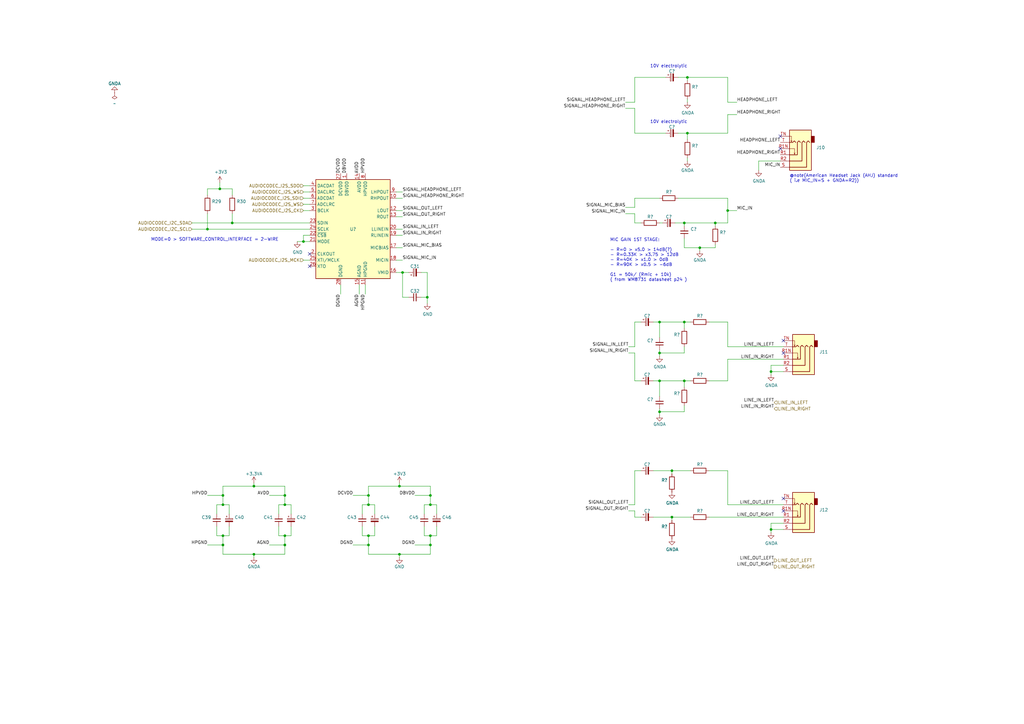
<source format=kicad_sch>
(kicad_sch (version 20211123) (generator eeschema)
  (paper "A3")
  (title_block (title "KLST_SHEEP") (date "2021-05-01") (rev "0.2"))
  (lib_symbols
    (symbol "Audio:WM8731SEDS"
      (property "Reference" "U" (at -13.97 21.59 0))
      (property "Value" "WM8731SEDS" (at 0 5.08 0))
      (symbol "WM8731SEDS_0_1"
        (rectangle (start -15.24 20.32) (end 15.24 -20.32) (stroke (width 0.254)) (fill (type background)))
      )
      (symbol "WM8731SEDS_1_1"
        (pin power_in line (at -2.54 22.86 270) (length 2.54) (name "DBVDD") (number "1"))
        (pin output line (at 17.78 12.7 180) (length 2.54) (name "RHPOUT") (number "10"))
        (pin power_in line (at 5.08 -22.86 90) (length 2.54) (name "HPGND") (number "11"))
        (pin output line (at 17.78 7.62 180) (length 2.54) (name "LOUT") (number "12"))
        (pin output line (at 17.78 5.08 180) (length 2.54) (name "ROUT") (number "13"))
        (pin power_in line (at 2.54 22.86 270) (length 2.54) (name "AVDD") (number "14"))
        (pin power_in line (at 2.54 -22.86 90) (length 2.54) (name "AGND") (number "15"))
        (pin passive line (at 17.78 -17.78 180) (length 2.54) (name "VMID") (number "16"))
        (pin output line (at 17.78 -7.62 180) (length 2.54) (name "MICBIAS") (number "17"))
        (pin input line (at 17.78 -12.7 180) (length 2.54) (name "MICIN") (number "18"))
        (pin input line (at 17.78 -2.54 180) (length 2.54) (name "RLINEIN") (number "19"))
        (pin output line (at -17.78 -10.16 0) (length 2.54) (name "CLKOUT") (number "2"))
        (pin input line (at 17.78 0 180) (length 2.54) (name "LLINEIN") (number "20"))
        (pin input line (at -17.78 -5.08 0) (length 2.54) (name "MODE") (number "21"))
        (pin input line (at -17.78 -2.54 0) (length 2.54) (name "~{CSB}") (number "22"))
        (pin bidirectional line (at -17.78 2.54 0) (length 2.54) (name "SDIN") (number "23"))
        (pin input line (at -17.78 0 0) (length 2.54) (name "SCLK") (number "24"))
        (pin input line (at -17.78 -12.7 0) (length 2.54) (name "XTI/MCLK") (number "25"))
        (pin output line (at -17.78 -15.24 0) (length 2.54) (name "XTO") (number "26"))
        (pin power_in line (at -5.08 22.86 270) (length 2.54) (name "DCVDD") (number "27"))
        (pin power_in line (at -5.08 -22.86 90) (length 2.54) (name "DGND") (number "28"))
        (pin bidirectional line (at -17.78 7.62 0) (length 2.54) (name "BCLK") (number "3"))
        (pin input line (at -17.78 17.78 0) (length 2.54) (name "DACDAT") (number "4"))
        (pin bidirectional line (at -17.78 15.24 0) (length 2.54) (name "DACLRC") (number "5"))
        (pin output line (at -17.78 12.7 0) (length 2.54) (name "ADCDAT") (number "6"))
        (pin bidirectional line (at -17.78 10.16 0) (length 2.54) (name "ADCLRC") (number "7"))
        (pin power_in line (at 5.08 22.86 270) (length 2.54) (name "HPVDD") (number "8"))
        (pin output line (at 17.78 15.24 180) (length 2.54) (name "LHPOUT") (number "9"))
      )
    )
    (symbol "Connector:AudioJack4_SwitchTR1"
      (property "Reference" "J" (at 0 11.43 0))
      (property "Value" "AudioJack4_SwitchTR1" (at 0 8.89 0))
      (symbol "AudioJack4_SwitchTR1_0_1"
        (rectangle (start -7.62 -5.08) (end -8.89 -7.62) (stroke (width 0.254)) (fill (type outline)))
        (polyline (pts (xy 1.27 -5.08) (xy 2.54 -5.08)))
        (polyline (pts (xy 1.27 2.54) (xy 2.54 2.54)))
        (polyline (pts (xy 2.54 0) (xy 1.27 0)))
        (polyline (pts (xy 2.54 5.08) (xy 1.27 5.08)))
        (rectangle (start 1.27 6.35) (end -7.62 -10.16) (stroke (width 0.254)) (fill (type background)))
      )
      (symbol "AudioJack4_SwitchTR1_1_1"
        (polyline (pts (xy -0.762 -0.254) (xy -0.508 -0.762)))
        (polyline (pts (xy 0.508 -5.334) (xy 0.762 -5.842)))
        (polyline (pts (xy -1.27 -5.08) (xy -0.635 -5.715) (xy 0 -5.08) (xy 1.27 -5.08)) (stroke (width 0.254)))
        (polyline (pts (xy 2.54 -7.62) (xy 0.508 -7.62) (xy 0.508 -5.334) (xy 0.254 -5.842)))
        (polyline (pts (xy 2.54 -2.54) (xy -0.762 -2.54) (xy -0.762 -0.254) (xy -1.016 -0.762)))
        (polyline (pts (xy -3.175 -5.08) (xy -2.54 -5.715) (xy -1.905 -5.08) (xy -1.905 0) (xy 1.27 0)) (stroke (width 0.254)))
        (polyline (pts (xy 1.27 2.54) (xy -3.81 2.54) (xy -3.81 -5.08) (xy -4.445 -5.715) (xy -5.08 -5.08)) (stroke (width 0.254)))
        (polyline (pts (xy 1.27 5.08) (xy -5.715 5.08) (xy -5.715 -5.08) (xy -6.35 -5.715) (xy -6.985 -5.08)) (stroke (width 0.254)))
        (pin passive line (at 5.08 0 180) (length 2.54) (name "~") (number "R1"))
        (pin passive line (at 5.08 -2.54 180) (length 2.54) (name "~") (number "R1N"))
        (pin passive line (at 5.08 2.54 180) (length 2.54) (name "~") (number "R2"))
        (pin passive line (at 5.08 5.08 180) (length 2.54) (name "~") (number "S"))
        (pin passive line (at 5.08 -5.08 180) (length 2.54) (name "~") (number "T"))
        (pin passive line (at 5.08 -7.62 180) (length 2.54) (name "~") (number "TN"))
      )
    )
    (symbol "Device:C_Small" (pin_numbers hide) (pin_names (offset 0.254) hide)
      (property "Reference" "C" (at 0.254 1.778 0))
      (property "Value" "C_Small" (at 0.254 -2.032 0))
      (symbol "C_Small_0_1"
        (polyline (pts (xy -1.524 -0.508) (xy 1.524 -0.508)) (stroke (width 0.3302)))
        (polyline (pts (xy -1.524 0.508) (xy 1.524 0.508)) (stroke (width 0.3048)))
      )
      (symbol "C_Small_1_1"
        (pin passive line (at 0 2.54 270) (length 2.032) (name "~") (number "1"))
        (pin passive line (at 0 -2.54 90) (length 2.032) (name "~") (number "2"))
      )
    )
    (symbol "Device:R" (pin_numbers hide) (pin_names (offset 0))
      (property "Reference" "R" (at 2.032 0 90))
      (property "Value" "R" (at 0 0 90))
      (symbol "R_0_1"
        (rectangle (start -1.016 -2.54) (end 1.016 2.54) (stroke (width 0.254)))
      )
      (symbol "R_1_1"
        (pin passive line (at 0 3.81 270) (length 1.27) (name "~") (number "1"))
        (pin passive line (at 0 -3.81 90) (length 1.27) (name "~") (number "2"))
      )
    )
    (symbol "KLST_SHEEP-rescue:CP_Small-Device" (pin_numbers hide) (pin_names (offset 0.254) hide)
      (property "Reference" "C" (at 0.254 1.778 0))
      (property "Value" "CP_Small-Device" (at 0.254 -2.032 0))
      (symbol "CP_Small-Device_0_1"
        (rectangle (start -1.524 -0.3048) (end 1.524 -0.6858) (fill (type outline)))
        (rectangle (start -1.524 0.6858) (end 1.524 0.3048))
        (polyline (pts (xy -1.27 1.524) (xy -0.762 1.524)))
        (polyline (pts (xy -1.016 1.27) (xy -1.016 1.778)))
      )
      (symbol "CP_Small-Device_1_1"
        (pin passive line (at 0 2.54 270) (length 1.8542) (name "~") (number "1"))
        (pin passive line (at 0 -2.54 90) (length 1.8542) (name "~") (number "2"))
      )
    )
    (symbol "power:+3.3VA" (power) (pin_names (offset 0))
      (property "Value" "+3.3VA" (at 0 3.556 0))
      (symbol "+3.3VA_0_1"
        (polyline (pts (xy -0.762 1.27) (xy 0 2.54)))
        (polyline (pts (xy 0 0) (xy 0 2.54)))
        (polyline (pts (xy 0 2.54) (xy 0.762 1.27)))
      )
      (symbol "+3.3VA_1_1"
        (pin power_in line (at 0 0 90) (length 0) hide (name "+3.3VA") (number "1"))
      )
    )
    (symbol "power:+3V3" (power) (pin_names (offset 0))
      (property "Value" "+3V3" (at 0 3.556 0))
      (symbol "+3V3_0_1"
        (polyline (pts (xy -0.762 1.27) (xy 0 2.54)))
        (polyline (pts (xy 0 0) (xy 0 2.54)))
        (polyline (pts (xy 0 2.54) (xy 0.762 1.27)))
      )
      (symbol "+3V3_1_1"
        (pin power_in line (at 0 0 90) (length 0) hide (name "+3V3") (number "1"))
      )
    )
    (symbol "power:GND" (power) (pin_names (offset 0))
      (property "Value" "GND" (at 0 -3.81 0))
      (symbol "GND_0_1"
        (polyline (pts (xy 0 0) (xy 0 -1.27) (xy 1.27 -1.27) (xy 0 -2.54) (xy -1.27 -1.27) (xy 0 -1.27)))
      )
      (symbol "GND_1_1"
        (pin power_in line (at 0 0 270) (length 0) hide (name "GND") (number "1"))
      )
    )
    (symbol "power:GNDA" (power) (pin_names (offset 0))
      (property "Value" "GNDA" (at 0 -3.81 0))
      (symbol "GNDA_0_1"
        (polyline (pts (xy 0 0) (xy 0 -1.27) (xy 1.27 -1.27) (xy 0 -2.54) (xy -1.27 -1.27) (xy 0 -1.27)))
      )
      (symbol "GNDA_1_1"
        (pin power_in line (at 0 0 270) (length 0) hide (name "GNDA") (number "1"))
      )
    )
    (symbol "power:PWR_FLAG" (power) (pin_numbers hide) (pin_names (offset 0) hide)
      (property "Value" "PWR_FLAG" (at 0 3.81 0))
      (symbol "PWR_FLAG_0_0"
        (pin power_out line (at 0 0 90) (length 0) (name "pwr") (number "1"))
      )
      (symbol "PWR_FLAG_0_1"
        (polyline (pts (xy 0 0) (xy 0 1.27) (xy -1.016 1.905) (xy 0 2.54) (xy 1.016 1.905) (xy 0 1.27)))
      )
    )
  )
  (junction (at 116.84 203.2))
  (junction (at 175.26 121.92))
  (junction (at 270.51 156.21))
  (junction (at 275.59 212.09))
  (junction (at 151.13 207.01))
  (junction (at 90.17 77.47))
  (junction (at 280.67 156.21))
  (junction (at 270.51 132.08))
  (junction (at 176.53 223.52))
  (junction (at 281.94 54.61))
  (junction (at 316.23 217.17))
  (junction (at 176.53 219.71))
  (junction (at 163.83 227.33))
  (junction (at 124.46 99.06))
  (junction (at 280.67 132.08))
  (junction (at 95.25 91.44))
  (junction (at 293.37 91.44))
  (junction (at 104.14 199.39))
  (junction (at 280.67 91.44))
  (junction (at 176.53 207.01))
  (junction (at 281.94 31.75))
  (junction (at 91.44 203.2))
  (junction (at 316.23 152.4))
  (junction (at 151.13 223.52))
  (junction (at 165.1 111.76))
  (junction (at 116.84 207.01))
  (junction (at 163.83 199.39))
  (junction (at 116.84 223.52))
  (junction (at 116.84 219.71))
  (junction (at 151.13 219.71))
  (junction (at 91.44 219.71))
  (junction (at 151.13 203.2))
  (junction (at 85.09 93.98))
  (junction (at 287.02 101.6))
  (junction (at 91.44 223.52))
  (junction (at 176.53 203.2))
  (junction (at 298.45 86.36))
  (junction (at 270.51 144.78))
  (junction (at 104.14 227.33))
  (junction (at 270.51 168.91))
  (junction (at 91.44 207.01))
  (junction (at 275.59 193.04))
  (no_connect (at 127 109.22))
  (no_connect (at 320.04 60.96))
  (no_connect (at 321.31 209.55))
  (no_connect (at 127 104.14))
  (no_connect (at 321.31 144.78))
  (no_connect (at 321.31 204.47))
  (no_connect (at 320.04 55.88))
  (no_connect (at 321.31 139.7))
  (wire (pts (xy 104.14 227.33) (xy 116.84 227.33)))
  (wire (pts (xy 280.67 91.44) (xy 280.67 92.71)))
  (wire (pts (xy 104.14 228.6) (xy 104.14 227.33)))
  (wire (pts (xy 260.35 142.24) (xy 260.35 132.08)))
  (wire (pts (xy 293.37 91.44) (xy 298.45 91.44)))
  (wire (pts (xy 151.13 219.71) (xy 153.67 219.71)))
  (wire (pts (xy 298.45 207.01) (xy 298.45 193.04)))
  (wire (pts (xy 127 93.98) (xy 85.09 93.98)))
  (wire (pts (xy 275.59 193.04) (xy 267.97 193.04)))
  (wire (pts (xy 298.45 147.32) (xy 298.45 156.21)))
  (wire (pts (xy 114.3 207.01) (xy 114.3 210.82)))
  (wire (pts (xy 283.21 193.04) (xy 275.59 193.04)))
  (wire (pts (xy 151.13 219.71) (xy 148.59 219.71)))
  (wire (pts (xy 170.18 223.52) (xy 176.53 223.52)))
  (wire (pts (xy 148.59 219.71) (xy 148.59 215.9)))
  (wire (pts (xy 262.89 156.21) (xy 260.35 156.21)))
  (wire (pts (xy 298.45 132.08) (xy 298.45 142.24)))
  (wire (pts (xy 260.35 144.78) (xy 257.81 144.78)))
  (wire (pts (xy 151.13 203.2) (xy 151.13 199.39)))
  (wire (pts (xy 256.54 44.45) (xy 260.35 44.45)))
  (wire (pts (xy 321.31 149.86) (xy 316.23 149.86)))
  (wire (pts (xy 275.59 212.09) (xy 267.97 212.09)))
  (wire (pts (xy 139.7 116.84) (xy 139.7 120.65)))
  (wire (pts (xy 260.35 91.44) (xy 262.89 91.44)))
  (wire (pts (xy 298.45 91.44) (xy 298.45 86.36)))
  (wire (pts (xy 153.67 207.01) (xy 151.13 207.01)))
  (wire (pts (xy 257.81 142.24) (xy 260.35 142.24)))
  (wire (pts (xy 260.35 209.55) (xy 260.35 212.09)))
  (wire (pts (xy 270.51 156.21) (xy 270.51 162.56)))
  (wire (pts (xy 298.45 147.32) (xy 321.31 147.32)))
  (wire (pts (xy 151.13 207.01) (xy 148.59 207.01)))
  (wire (pts (xy 162.56 106.68) (xy 165.1 106.68)))
  (wire (pts (xy 316.23 214.63) (xy 316.23 217.17)))
  (wire (pts (xy 260.35 87.63) (xy 260.35 91.44)))
  (wire (pts (xy 283.21 132.08) (xy 280.67 132.08)))
  (wire (pts (xy 270.51 132.08) (xy 270.51 138.43)))
  (wire (pts (xy 270.51 156.21) (xy 267.97 156.21)))
  (wire (pts (xy 280.67 156.21) (xy 280.67 158.75)))
  (wire (pts (xy 281.94 54.61) (xy 298.45 54.61)))
  (wire (pts (xy 172.72 111.76) (xy 175.26 111.76)))
  (wire (pts (xy 281.94 54.61) (xy 281.94 57.15)))
  (wire (pts (xy 176.53 207.01) (xy 173.99 207.01)))
  (wire (pts (xy 298.45 86.36) (xy 302.26 86.36)))
  (wire (pts (xy 88.9 219.71) (xy 88.9 215.9)))
  (wire (pts (xy 176.53 219.71) (xy 173.99 219.71)))
  (wire (pts (xy 127 96.52) (xy 124.46 96.52)))
  (wire (pts (xy 281.94 31.75) (xy 298.45 31.75)))
  (wire (pts (xy 298.45 31.75) (xy 298.45 41.91)))
  (wire (pts (xy 275.59 194.31) (xy 275.59 193.04)))
  (wire (pts (xy 256.54 85.09) (xy 260.35 85.09)))
  (wire (pts (xy 175.26 121.92) (xy 172.72 121.92)))
  (wire (pts (xy 298.45 41.91) (xy 302.26 41.91)))
  (wire (pts (xy 311.15 66.04) (xy 311.15 69.85)))
  (wire (pts (xy 124.46 99.06) (xy 127 99.06)))
  (wire (pts (xy 116.84 207.01) (xy 116.84 203.2)))
  (wire (pts (xy 114.3 219.71) (xy 114.3 215.9)))
  (wire (pts (xy 124.46 83.82) (xy 127 83.82)))
  (wire (pts (xy 119.38 207.01) (xy 119.38 210.82)))
  (wire (pts (xy 281.94 31.75) (xy 281.94 33.02)))
  (wire (pts (xy 165.1 101.6) (xy 162.56 101.6)))
  (wire (pts (xy 127 86.36) (xy 124.46 86.36)))
  (wire (pts (xy 153.67 219.71) (xy 153.67 215.9)))
  (wire (pts (xy 93.98 207.01) (xy 93.98 210.82)))
  (wire (pts (xy 85.09 93.98) (xy 78.74 93.98)))
  (wire (pts (xy 116.84 223.52) (xy 116.84 227.33)))
  (wire (pts (xy 90.17 77.47) (xy 90.17 74.93)))
  (wire (pts (xy 262.89 132.08) (xy 260.35 132.08)))
  (wire (pts (xy 257.81 207.01) (xy 260.35 207.01)))
  (wire (pts (xy 256.54 87.63) (xy 260.35 87.63)))
  (wire (pts (xy 298.45 46.99) (xy 298.45 54.61)))
  (wire (pts (xy 116.84 219.71) (xy 119.38 219.71)))
  (wire (pts (xy 165.1 111.76) (xy 167.64 111.76)))
  (wire (pts (xy 85.09 77.47) (xy 90.17 77.47)))
  (wire (pts (xy 278.13 54.61) (xy 281.94 54.61)))
  (wire (pts (xy 260.35 41.91) (xy 260.35 31.75)))
  (wire (pts (xy 163.83 227.33) (xy 176.53 227.33)))
  (wire (pts (xy 91.44 203.2) (xy 91.44 199.39)))
  (wire (pts (xy 116.84 203.2) (xy 116.84 199.39)))
  (wire (pts (xy 257.81 209.55) (xy 260.35 209.55)))
  (wire (pts (xy 144.78 203.2) (xy 151.13 203.2)))
  (wire (pts (xy 316.23 152.4) (xy 316.23 153.67)))
  (wire (pts (xy 124.46 99.06) (xy 121.92 99.06)))
  (wire (pts (xy 298.45 207.01) (xy 321.31 207.01)))
  (wire (pts (xy 127 91.44) (xy 95.25 91.44)))
  (wire (pts (xy 179.07 207.01) (xy 176.53 207.01)))
  (wire (pts (xy 287.02 101.6) (xy 293.37 101.6)))
  (wire (pts (xy 162.56 88.9) (xy 165.1 88.9)))
  (wire (pts (xy 176.53 223.52) (xy 176.53 227.33)))
  (wire (pts (xy 85.09 223.52) (xy 91.44 223.52)))
  (wire (pts (xy 270.51 91.44) (xy 271.78 91.44)))
  (wire (pts (xy 175.26 121.92) (xy 175.26 111.76)))
  (wire (pts (xy 280.67 132.08) (xy 280.67 134.62)))
  (wire (pts (xy 270.51 132.08) (xy 267.97 132.08)))
  (wire (pts (xy 91.44 207.01) (xy 88.9 207.01)))
  (wire (pts (xy 280.67 166.37) (xy 280.67 168.91)))
  (wire (pts (xy 281.94 66.04) (xy 281.94 64.77)))
  (wire (pts (xy 151.13 199.39) (xy 163.83 199.39)))
  (wire (pts (xy 256.54 41.91) (xy 260.35 41.91)))
  (wire (pts (xy 162.56 78.74) (xy 165.1 78.74)))
  (wire (pts (xy 162.56 86.36) (xy 165.1 86.36)))
  (wire (pts (xy 176.53 203.2) (xy 176.53 199.39)))
  (wire (pts (xy 162.56 111.76) (xy 165.1 111.76)))
  (wire (pts (xy 280.67 156.21) (xy 270.51 156.21)))
  (wire (pts (xy 95.25 91.44) (xy 78.74 91.44)))
  (wire (pts (xy 280.67 97.79) (xy 280.67 101.6)))
  (wire (pts (xy 151.13 219.71) (xy 151.13 223.52)))
  (wire (pts (xy 162.56 96.52) (xy 165.1 96.52)))
  (wire (pts (xy 280.67 132.08) (xy 270.51 132.08)))
  (wire (pts (xy 85.09 203.2) (xy 91.44 203.2)))
  (wire (pts (xy 173.99 219.71) (xy 173.99 215.9)))
  (wire (pts (xy 179.07 207.01) (xy 179.07 210.82)))
  (wire (pts (xy 270.51 168.91) (xy 270.51 170.18)))
  (wire (pts (xy 260.35 212.09) (xy 262.89 212.09)))
  (wire (pts (xy 290.83 212.09) (xy 321.31 212.09)))
  (wire (pts (xy 104.14 199.39) (xy 116.84 199.39)))
  (wire (pts (xy 278.13 31.75) (xy 281.94 31.75)))
  (wire (pts (xy 85.09 87.63) (xy 85.09 93.98)))
  (wire (pts (xy 124.46 96.52) (xy 124.46 99.06)))
  (wire (pts (xy 110.49 223.52) (xy 116.84 223.52)))
  (wire (pts (xy 280.67 101.6) (xy 287.02 101.6)))
  (wire (pts (xy 124.46 78.74) (xy 127 78.74)))
  (wire (pts (xy 290.83 156.21) (xy 298.45 156.21)))
  (wire (pts (xy 95.25 77.47) (xy 95.25 80.01)))
  (wire (pts (xy 116.84 219.71) (xy 114.3 219.71)))
  (wire (pts (xy 163.83 198.12) (xy 163.83 199.39)))
  (wire (pts (xy 162.56 81.28) (xy 165.1 81.28)))
  (wire (pts (xy 283.21 212.09) (xy 275.59 212.09)))
  (wire (pts (xy 163.83 228.6) (xy 163.83 227.33)))
  (wire (pts (xy 93.98 207.01) (xy 91.44 207.01)))
  (wire (pts (xy 116.84 219.71) (xy 116.84 223.52)))
  (wire (pts (xy 293.37 100.33) (xy 293.37 101.6)))
  (wire (pts (xy 163.83 199.39) (xy 176.53 199.39)))
  (wire (pts (xy 170.18 203.2) (xy 176.53 203.2)))
  (wire (pts (xy 316.23 217.17) (xy 321.31 217.17)))
  (wire (pts (xy 298.45 142.24) (xy 321.31 142.24)))
  (wire (pts (xy 260.35 207.01) (xy 260.35 193.04)))
  (wire (pts (xy 276.86 91.44) (xy 280.67 91.44)))
  (wire (pts (xy 151.13 207.01) (xy 151.13 203.2)))
  (wire (pts (xy 280.67 91.44) (xy 293.37 91.44)))
  (wire (pts (xy 270.51 167.64) (xy 270.51 168.91)))
  (wire (pts (xy 281.94 41.91) (xy 281.94 40.64)))
  (wire (pts (xy 90.17 77.47) (xy 95.25 77.47)))
  (wire (pts (xy 165.1 121.92) (xy 167.64 121.92)))
  (wire (pts (xy 260.35 193.04) (xy 262.89 193.04)))
  (wire (pts (xy 179.07 219.71) (xy 179.07 215.9)))
  (wire (pts (xy 280.67 142.24) (xy 280.67 144.78)))
  (wire (pts (xy 316.23 149.86) (xy 316.23 152.4)))
  (wire (pts (xy 88.9 207.01) (xy 88.9 210.82)))
  (wire (pts (xy 298.45 81.28) (xy 278.13 81.28)))
  (wire (pts (xy 290.83 132.08) (xy 298.45 132.08)))
  (wire (pts (xy 283.21 156.21) (xy 280.67 156.21)))
  (wire (pts (xy 260.35 31.75) (xy 273.05 31.75)))
  (wire (pts (xy 91.44 219.71) (xy 91.44 223.52)))
  (wire (pts (xy 316.23 217.17) (xy 316.23 218.44)))
  (wire (pts (xy 298.45 193.04) (xy 290.83 193.04)))
  (wire (pts (xy 298.45 46.99) (xy 302.26 46.99)))
  (wire (pts (xy 280.67 168.91) (xy 270.51 168.91)))
  (wire (pts (xy 91.44 207.01) (xy 91.44 203.2)))
  (wire (pts (xy 116.84 207.01) (xy 114.3 207.01)))
  (wire (pts (xy 175.26 124.46) (xy 175.26 121.92)))
  (wire (pts (xy 311.15 66.04) (xy 320.04 66.04)))
  (wire (pts (xy 93.98 219.71) (xy 93.98 215.9)))
  (wire (pts (xy 151.13 227.33) (xy 163.83 227.33)))
  (wire (pts (xy 149.86 116.84) (xy 149.86 120.65)))
  (wire (pts (xy 316.23 152.4) (xy 321.31 152.4)))
  (wire (pts (xy 162.56 93.98) (xy 165.1 93.98)))
  (wire (pts (xy 280.67 144.78) (xy 270.51 144.78)))
  (wire (pts (xy 119.38 207.01) (xy 116.84 207.01)))
  (wire (pts (xy 124.46 76.2) (xy 127 76.2)))
  (wire (pts (xy 287.02 102.87) (xy 287.02 101.6)))
  (wire (pts (xy 298.45 86.36) (xy 298.45 81.28)))
  (wire (pts (xy 104.14 198.12) (xy 104.14 199.39)))
  (wire (pts (xy 176.53 219.71) (xy 179.07 219.71)))
  (wire (pts (xy 260.35 144.78) (xy 260.35 156.21)))
  (wire (pts (xy 91.44 223.52) (xy 91.44 227.33)))
  (wire (pts (xy 176.53 219.71) (xy 176.53 223.52)))
  (wire (pts (xy 91.44 227.33) (xy 104.14 227.33)))
  (wire (pts (xy 119.38 219.71) (xy 119.38 215.9)))
  (wire (pts (xy 260.35 81.28) (xy 270.51 81.28)))
  (wire (pts (xy 293.37 91.44) (xy 293.37 92.71)))
  (wire (pts (xy 165.1 111.76) (xy 165.1 121.92)))
  (wire (pts (xy 173.99 207.01) (xy 173.99 210.82)))
  (wire (pts (xy 147.32 116.84) (xy 147.32 120.65)))
  (wire (pts (xy 275.59 213.36) (xy 275.59 212.09)))
  (wire (pts (xy 270.51 143.51) (xy 270.51 144.78)))
  (wire (pts (xy 91.44 219.71) (xy 88.9 219.71)))
  (wire (pts (xy 260.35 54.61) (xy 273.05 54.61)))
  (wire (pts (xy 260.35 85.09) (xy 260.35 81.28)))
  (wire (pts (xy 110.49 203.2) (xy 116.84 203.2)))
  (wire (pts (xy 85.09 80.01) (xy 85.09 77.47)))
  (wire (pts (xy 124.46 81.28) (xy 127 81.28)))
  (wire (pts (xy 91.44 219.71) (xy 93.98 219.71)))
  (wire (pts (xy 151.13 223.52) (xy 151.13 227.33)))
  (wire (pts (xy 91.44 199.39) (xy 104.14 199.39)))
  (wire (pts (xy 321.31 214.63) (xy 316.23 214.63)))
  (wire (pts (xy 153.67 207.01) (xy 153.67 210.82)))
  (wire (pts (xy 127 106.68) (xy 124.46 106.68)))
  (wire (pts (xy 260.35 44.45) (xy 260.35 54.61)))
  (wire (pts (xy 270.51 144.78) (xy 270.51 146.05)))
  (wire (pts (xy 176.53 207.01) (xy 176.53 203.2)))
  (wire (pts (xy 95.25 87.63) (xy 95.25 91.44)))
  (wire (pts (xy 144.78 223.52) (xy 151.13 223.52)))
  (wire (pts (xy 148.59 207.01) (xy 148.59 210.82)))
  (text "10V electrolytic" (at 281.94 50.8 180) (effects (font (size 1.27 1.27)) (justify right bottom)))
  (text "MIC GAIN 1ST STAGE:\n\n- R=0 > x5.0 > 14dB(?)\n- R=0.33K > x3.75 > 12dB\n- R=40K > x1.0 > 0dB\n- R=90K > x0.5 > -6dB\n\nG1 = 50k/ (Rmic + 10k)\n( from WM8731 datasheet p24 )" (at 250.19 115.57 0) (effects (font (size 1.27 1.27)) (justify left bottom)))
  (text "MODE=0 > SOFTWARE_CONTROL_INTERFACE = 2-WIRE" (at 114.3 99.06 180) (effects (font (size 1.27 1.27)) (justify right bottom)))
  (text "10V electrolytic" (at 281.94 27.94 180) (effects (font (size 1.27 1.27)) (justify right bottom)))
  (text "@note(American Headset Jack (AHJ) standard \n( i.e MIC_IN=S + GNDA=R2))" (at 323.85 74.93 0) (effects (font (size 1.27 1.27)) (justify left bottom)))
  (label "SIGNAL_HEADPHONE_RIGHT" (at 256.54 44.45 180))
  (label "SIGNAL_OUT_LEFT" (at 257.81 207.01 180))
  (label "MIC_IN" (at 320.04 68.58 180))
  (label "SIGNAL_IN_LEFT" (at 165.1 93.98 0))
  (label "AVDD" (at 147.32 71.12 90))
  (label "DGND" (at 139.7 120.65 270))
  (label "SIGNAL_MIC_IN" (at 165.1 106.68 0))
  (label "HEADPHONE_RIGHT" (at 320.04 63.5 180))
  (label "HPVDD" (at 85.09 203.2 180))
  (label "AVDD" (at 110.49 203.2 180))
  (label "HEADPHONE_LEFT" (at 320.04 58.42 180))
  (label "LINE_IN_RIGHT" (at 317.5 147.32 180))
  (label "LINE_OUT_RIGHT" (at 317.5 212.09 180))
  (label "LINE_OUT_RIGHT" (at 317.5 232.41 180))
  (label "SIGNAL_IN_RIGHT" (at 165.1 96.52 0))
  (label "MIC_IN" (at 302.26 86.36 0))
  (label "SIGNAL_IN_RIGHT" (at 257.81 144.78 180))
  (label "HEADPHONE_LEFT" (at 302.26 41.91 0))
  (label "LINE_OUT_LEFT" (at 317.5 229.87 180))
  (label "LINE_OUT_LEFT" (at 317.5 207.01 180))
  (label "HEADPHONE_RIGHT" (at 302.26 46.99 0))
  (label "SIGNAL_OUT_RIGHT" (at 257.81 209.55 180))
  (label "DCVDD" (at 139.7 71.12 90))
  (label "DBVDD" (at 170.18 203.2 180))
  (label "LINE_IN_LEFT" (at 317.5 142.24 180))
  (label "SIGNAL_OUT_LEFT" (at 165.1 86.36 0))
  (label "LINE_IN_RIGHT" (at 317.5 167.64 180))
  (label "SIGNAL_MIC_IN" (at 256.54 87.63 180))
  (label "DGND" (at 144.78 223.52 180))
  (label "SIGNAL_HEADPHONE_LEFT" (at 165.1 78.74 0))
  (label "AGND" (at 147.32 120.65 270))
  (label "HPGND" (at 85.09 223.52 180))
  (label "DBVDD" (at 142.24 71.12 90))
  (label "HPGND" (at 149.86 120.65 270))
  (label "DGND" (at 170.18 223.52 180))
  (label "AGND" (at 110.49 223.52 180))
  (label "SIGNAL_MIC_BIAS" (at 165.1 101.6 0))
  (label "SIGNAL_HEADPHONE_RIGHT" (at 165.1 81.28 0))
  (label "SIGNAL_HEADPHONE_LEFT" (at 256.54 41.91 180))
  (label "HPVDD" (at 149.86 71.12 90))
  (label "SIGNAL_OUT_RIGHT" (at 165.1 88.9 0))
  (label "DCVDD" (at 144.78 203.2 180))
  (label "LINE_IN_LEFT" (at 317.5 165.1 180))
  (label "SIGNAL_MIC_BIAS" (at 256.54 85.09 180))
  (label "SIGNAL_IN_LEFT" (at 257.81 142.24 180))
  (hierarchical_label "LINE_OUT_LEFT" (shape output) (at 317.5 229.87 0))
  (hierarchical_label "LINE_IN_RIGHT" (shape input) (at 317.5 167.64 0))
  (hierarchical_label "AUDIOCODEC_I2S_SDI" (shape input) (at 124.46 81.28 180))
  (hierarchical_label "AUDIOCODEC_I2C_SCL" (shape input) (at 78.74 93.98 180))
  (hierarchical_label "AUDIOCODEC_I2S_WS" (shape input) (at 124.46 78.74 180))
  (hierarchical_label "AUDIOCODEC_I2S_SDO" (shape input) (at 124.46 76.2 180))
  (hierarchical_label "AUDIOCODEC_I2C_SDA" (shape input) (at 78.74 91.44 180))
  (hierarchical_label "AUDIOCODEC_I2S_CK" (shape input) (at 124.46 86.36 180))
  (hierarchical_label "AUDIOCODEC_I2S_WS" (shape input) (at 124.46 83.82 180))
  (hierarchical_label "LINE_OUT_RIGHT" (shape output) (at 317.5 232.41 0))
  (hierarchical_label "LINE_IN_LEFT" (shape input) (at 317.5 165.1 0))
  (hierarchical_label "AUDIOCODEC_I2S_MCK" (shape input) (at 124.46 106.68 180))
  (symbol (lib_id "KLST_SHEEP-rescue:CP_Small-Device") (at 153.67 213.36 0) (unit 1)
    (property "Reference" "C44" (at 155.9052 212.1916 0) (effects (justify left)))
    (property "MFR.Part #" "TAJA106K016RNJ" (effects hide))
    (property "Extended Part" "-" (effects hide))
    (property "JLCPCB Part #" "C7171" (effects hide))
  )
  (symbol (lib_id "Device:C_Small") (at 148.59 213.36 0) (mirror x) (unit 1)
    (property "Reference" "C43" (at 146.2786 212.1916 0) (effects (justify right)))
    (property "MFR.Part #" "CL05B104KO5NNNC" (effects hide))
    (property "Extended Part" "-" (effects hide))
    (property "JLCPCB Part #" "C1525" (effects hide))
  )
  (symbol (lib_id "KLST_SHEEP-rescue:CP_Small-Device") (at 179.07 213.36 0) (unit 1)
    (property "Reference" "C46" (at 181.3052 212.1916 0) (effects (justify left)))
    (property "MFR.Part #" "TAJA106K016RNJ" (effects hide))
    (property "Extended Part" "-" (effects hide))
    (property "JLCPCB Part #" "C7171" (effects hide))
  )
  (symbol (lib_id "Device:C_Small") (at 173.99 213.36 0) (mirror x) (unit 1)
    (property "Reference" "C45" (at 171.6786 212.1916 0) (effects (justify right)))
    (property "MFR.Part #" "CL05B104KO5NNNC" (effects hide))
    (property "Extended Part" "-" (effects hide))
    (property "JLCPCB Part #" "C1525" (effects hide))
  )
  (symbol (lib_id "power:GND") (at 163.83 228.6 0) (unit 1)
    (property "Reference" "#PWR065" (effects hide))
  )
  (symbol (lib_id "KLST_SHEEP-rescue:CP_Small-Device") (at 93.98 213.36 0) (unit 1)
    (property "Reference" "C40" (at 96.2152 212.1916 0) (effects (justify left)))
    (property "MFR.Part #" "TAJA106K016RNJ" (effects hide))
    (property "Extended Part" "-" (effects hide))
    (property "JLCPCB Part #" "C7171" (effects hide))
  )
  (symbol (lib_id "Device:C_Small") (at 88.9 213.36 0) (mirror x) (unit 1)
    (property "Reference" "C39" (at 86.5886 212.1916 0) (effects (justify right)))
    (property "MFR.Part #" "CL05B104KO5NNNC" (effects hide))
    (property "Extended Part" "-" (effects hide))
    (property "JLCPCB Part #" "C1525" (effects hide))
  )
  (symbol (lib_id "KLST_SHEEP-rescue:CP_Small-Device") (at 119.38 213.36 0) (unit 1)
    (property "Reference" "C42" (at 121.6152 212.1916 0) (effects (justify left)))
    (property "MFR.Part #" "TAJA106K016RNJ" (effects hide))
    (property "Extended Part" "-" (effects hide))
    (property "JLCPCB Part #" "C7171" (effects hide))
  )
  (symbol (lib_id "Device:C_Small") (at 114.3 213.36 0) (mirror x) (unit 1)
    (property "Reference" "C41" (at 111.9886 212.1916 0) (effects (justify right)))
    (property "MFR.Part #" "CL05B104KO5NNNC" (effects hide))
    (property "Extended Part" "-" (effects hide))
    (property "JLCPCB Part #" "C1525" (effects hide))
  )
  (symbol (lib_id "power:GNDA") (at 104.14 228.6 0) (unit 1)
    (property "Reference" "#PWR?" (effects hide))
  )
  (symbol (lib_id "Connector:AudioJack4_SwitchTR1") (at 325.12 63.5 180) (unit 1)
    (property "Reference" "J10" (at 334.772 60.5282 0) (effects (justify right)))
    (property "Datasheet" "https://datasheet.lcsc.com/szlcsc/1810121710_Korean-Hroparts-Elec-PJ-316A-6A_C128987.pdf" (effects hide))
    (property "MFR.Part #" "PJ-316A-6A" (effects hide))
    (property "Extended Part" "x" (effects hide))
    (property "JLCPCB Part #" "C128987" (effects hide))
  )
  (symbol (lib_id "power:GNDA") (at 311.15 69.85 0) (unit 1)
    (property "Reference" "#PWR051" (effects hide))
  )
  (symbol (lib_id "Device:R") (at 274.32 81.28 270) (unit 1)
    (property "Reference" "R?" (at 274.32 78.74 90))
    (property "MFR.Part #" "0805W8F6800T5E" (effects hide))
    (property "Extended Part" "-" (effects hide))
    (property "JLCPCB Part #" "C17798" (effects hide))
  )
  (symbol (lib_id "KLST_SHEEP-rescue:CP_Small-Device") (at 274.32 91.44 90) (mirror x) (unit 1)
    (property "Reference" "C?" (at 274.32 88.9 90))
    (property "MFR.Part #" "TAJA105K025RNJ" (effects hide))
    (property "Extended Part" "x" (effects hide))
    (property "JLCPCB Part #" "C7175" (effects hide))
  )
  (symbol (lib_id "Device:R") (at 293.37 96.52 0) (unit 1)
    (property "Reference" "R?" (at 295.148 95.3516 0) (effects (justify left)))
    (property "MFR.Part #" "0805W8F4702T5E" (effects hide))
    (property "Extended Part" "-" (effects hide))
    (property "JLCPCB Part #" "C17713" (effects hide))
  )
  (symbol (lib_id "Device:C_Small") (at 280.67 95.25 180) (unit 1)
    (property "Reference" "C?" (at 283.21 93.98 0) (effects (justify right)))
    (property "MFR.Part #" "CL21B221KBANNNC" (effects hide))
    (property "Extended Part" "-" (effects hide))
    (property "JLCPCB Part #" "C53172" (effects hide))
  )
  (symbol (lib_id "power:GNDA") (at 287.02 102.87 0) (mirror y) (unit 1)
    (property "Reference" "#PWR054" (effects hide))
  )
  (symbol (lib_id "Device:R") (at 266.7 91.44 270) (unit 1)
    (property "Reference" "R?" (at 266.7 88.9 90))
    (property "MFR.Part #" "0805W8F3300T5E" (effects hide))
    (property "Extended Part" "-" (effects hide))
    (property "JLCPCB Part #" "C17630" (effects hide))
  )
  (symbol (lib_id "Connector:AudioJack4_SwitchTR1") (at 326.39 147.32 180) (unit 1)
    (property "Reference" "J11" (at 336.042 144.3482 0) (effects (justify right)))
    (property "Datasheet" "https://datasheet.lcsc.com/szlcsc/1810121710_Korean-Hroparts-Elec-PJ-316A-6A_C128987.pdf" (effects hide))
    (property "MFR.Part #" "PJ-316A-6A" (effects hide))
    (property "Extended Part" "x" (effects hide))
    (property "JLCPCB Part #" "C128987" (effects hide))
  )
  (symbol (lib_id "Connector:AudioJack4_SwitchTR1") (at 326.39 212.09 180) (unit 1)
    (property "Reference" "J12" (at 336.042 209.1182 0) (effects (justify right)))
    (property "Datasheet" "https://datasheet.lcsc.com/szlcsc/1810121710_Korean-Hroparts-Elec-PJ-316A-6A_C128987.pdf" (effects hide))
    (property "MFR.Part #" "PJ-316A-6A" (effects hide))
    (property "Extended Part" "x" (effects hide))
    (property "JLCPCB Part #" "C128987" (effects hide))
  )
  (symbol (lib_id "power:PWR_FLAG") (at 46.99 38.1 180) (unit 1)
    (property "Reference" "#FLG?" (effects hide))
  )
  (symbol (lib_id "power:GNDA") (at 46.99 38.1 180) (unit 1)
    (property "Reference" "#PWR048" (effects hide))
  )
  (symbol (lib_id "KLST_SHEEP-rescue:CP_Small-Device") (at 265.43 193.04 90) (mirror x) (unit 1)
    (property "Reference" "C?" (at 265.43 190.5 90))
    (property "MFR.Part #" "TAJA105K025RNJ" (effects hide))
    (property "Extended Part" "x" (effects hide))
    (property "JLCPCB Part #" "C7175" (effects hide))
  )
  (symbol (lib_id "Device:R") (at 287.02 193.04 90) (mirror x) (unit 1)
    (property "Reference" "R?" (at 287.02 190.5 90))
    (property "MFR.Part #" "0805W8F1000T5E" (effects hide))
    (property "Extended Part" "-" (effects hide))
    (property "JLCPCB Part #" "C17408" (effects hide))
  )
  (symbol (lib_id "Device:R") (at 275.59 198.12 0) (mirror y) (unit 1)
    (property "Reference" "R?" (at 273.812 196.9516 0) (effects (justify left)))
    (property "MFR.Part #" "0805W8F4702T5E" (effects hide))
    (property "Extended Part" "-" (effects hide))
    (property "JLCPCB Part #" "C17713" (effects hide))
  )
  (symbol (lib_id "power:GNDA") (at 275.59 201.93 0) (unit 1)
    (property "Reference" "#PWR061" (effects hide))
  )
  (symbol (lib_id "power:GNDA") (at 316.23 218.44 0) (unit 1)
    (property "Reference" "#PWR062" (effects hide))
  )
  (symbol (lib_id "KLST_SHEEP-rescue:CP_Small-Device") (at 265.43 212.09 90) (mirror x) (unit 1)
    (property "Reference" "C?" (at 265.43 209.55 90))
    (property "MFR.Part #" "TAJA105K025RNJ" (effects hide))
    (property "Extended Part" "x" (effects hide))
    (property "JLCPCB Part #" "C7175" (effects hide))
  )
  (symbol (lib_id "Device:R") (at 275.59 217.17 0) (mirror y) (unit 1)
    (property "Reference" "R?" (at 273.812 216.0016 0) (effects (justify left)))
    (property "MFR.Part #" "0805W8F4702T5E" (effects hide))
    (property "Extended Part" "-" (effects hide))
    (property "JLCPCB Part #" "C17713" (effects hide))
  )
  (symbol (lib_id "Device:R") (at 287.02 212.09 90) (mirror x) (unit 1)
    (property "Reference" "R?" (at 287.02 209.55 90))
    (property "MFR.Part #" "0805W8F1000T5E" (effects hide))
    (property "Extended Part" "-" (effects hide))
    (property "JLCPCB Part #" "C17408" (effects hide))
  )
  (symbol (lib_id "power:GNDA") (at 275.59 220.98 0) (unit 1)
    (property "Reference" "#PWR063" (effects hide))
  )
  (symbol (lib_id "Audio:WM8731SEDS") (at 144.78 93.98 0) (unit 1)
    (property "Reference" "U?" (at 144.78 93.98 0))
    (property "Datasheet" "https://statics.cirrus.com/pubs/proDatasheet/WM8731_v4.9.pdf" (effects hide))
    (property "MFR.Part #" "WM8731SEDS/RV" (effects hide))
    (property "Extended Part" "x" (effects hide))
    (property "JLCPCB Part #" "DNF" (effects hide))
  )
  (symbol (lib_id "Device:R") (at 95.25 83.82 0) (unit 1)
    (property "Reference" "R30" (at 97.028 82.6516 0) (effects (justify left)))
    (property "MFR.Part #" "0402WGF2201TCE" (effects hide))
    (property "Extended Part" "-" (effects hide))
    (property "JLCPCB Part #" "C25879" (effects hide))
  )
  (symbol (lib_id "Device:R") (at 85.09 83.82 0) (unit 1)
    (property "Reference" "R29" (at 86.868 82.6516 0) (effects (justify left)))
    (property "MFR.Part #" "0402WGF2201TCE" (effects hide))
    (property "Extended Part" "-" (effects hide))
    (property "JLCPCB Part #" "C25879" (effects hide))
  )
  (symbol (lib_id "Device:C_Small") (at 170.18 121.92 90) (unit 1)
    (property "Reference" "C32" (at 170.18 119.38 90))
    (property "MFR.Part #" "CL05B104KO5NNNC" (effects hide))
    (property "Extended Part" "-" (effects hide))
    (property "JLCPCB Part #" "C1525" (effects hide))
  )
  (symbol (lib_id "KLST_SHEEP-rescue:CP_Small-Device") (at 170.18 111.76 90) (unit 1)
    (property "Reference" "C31" (at 170.18 109.22 90))
    (property "MFR.Part #" "TAJA106K016RNJ" (effects hide))
    (property "Extended Part" "-" (effects hide))
    (property "JLCPCB Part #" "C7171" (effects hide))
  )
  (symbol (lib_id "power:GND") (at 175.26 124.46 0) (unit 1)
    (property "Reference" "#PWR?" (effects hide))
  )
  (symbol (lib_id "power:+3V3") (at 90.17 74.93 0) (unit 1)
    (property "Reference" "#PWR?" (effects hide))
  )
  (symbol (lib_id "power:+3V3") (at 163.83 198.12 0) (unit 1)
    (property "Reference" "#PWR?" (effects hide))
  )
  (symbol (lib_id "power:+3.3VA") (at 104.14 198.12 0) (unit 1)
    (property "Reference" "#PWR?" (effects hide))
  )
  (symbol (lib_id "Device:R") (at 287.02 132.08 90) (mirror x) (unit 1)
    (property "Reference" "R?" (at 287.02 129.54 90))
    (property "MFR.Part #" "0805W8F5601T5E" (effects hide))
    (property "Extended Part" "-" (effects hide))
    (property "JLCPCB Part #" "C4382" (effects hide))
  )
  (symbol (lib_id "KLST_SHEEP-rescue:CP_Small-Device") (at 265.43 132.08 90) (mirror x) (unit 1)
    (property "Reference" "C?" (at 265.43 129.54 90))
    (property "MFR.Part #" "TAJA105K025RNJ" (effects hide))
    (property "Extended Part" "x" (effects hide))
    (property "JLCPCB Part #" "C7175" (effects hide))
  )
  (symbol (lib_id "Device:C_Small") (at 270.51 140.97 0) (mirror x) (unit 1)
    (property "Reference" "C?" (at 267.97 139.7 0) (effects (justify right)))
    (property "MFR.Part #" "CL21B221KBANNNC" (effects hide))
    (property "Extended Part" "-" (effects hide))
    (property "JLCPCB Part #" "C53172" (effects hide))
  )
  (symbol (lib_id "Device:R") (at 280.67 138.43 0) (mirror y) (unit 1)
    (property "Reference" "R?" (at 278.892 137.2616 0) (effects (justify left)))
    (property "MFR.Part #" "0805W8F5601T5E" (effects hide))
    (property "Extended Part" "-" (effects hide))
    (property "JLCPCB Part #" "C4382" (effects hide))
  )
  (symbol (lib_id "Device:R") (at 287.02 156.21 90) (mirror x) (unit 1)
    (property "Reference" "R?" (at 287.02 153.67 90))
    (property "MFR.Part #" "0805W8F5601T5E" (effects hide))
    (property "Extended Part" "-" (effects hide))
    (property "JLCPCB Part #" "C4382" (effects hide))
  )
  (symbol (lib_id "KLST_SHEEP-rescue:CP_Small-Device") (at 265.43 156.21 90) (mirror x) (unit 1)
    (property "Reference" "C?" (at 265.43 153.67 90))
    (property "MFR.Part #" "TAJA105K025RNJ" (effects hide))
    (property "Extended Part" "x" (effects hide))
    (property "JLCPCB Part #" "C7175" (effects hide))
  )
  (symbol (lib_id "Device:C_Small") (at 270.51 165.1 0) (mirror x) (unit 1)
    (property "Reference" "C?" (at 267.97 163.83 0) (effects (justify right)))
    (property "MFR.Part #" "CL21B221KBANNNC" (effects hide))
    (property "Extended Part" "-" (effects hide))
    (property "JLCPCB Part #" "C53172" (effects hide))
  )
  (symbol (lib_id "Device:R") (at 280.67 162.56 0) (mirror y) (unit 1)
    (property "Reference" "R?" (at 278.892 161.3916 0) (effects (justify left)))
    (property "MFR.Part #" "0805W8F5601T5E" (effects hide))
    (property "Extended Part" "-" (effects hide))
    (property "JLCPCB Part #" "C4382" (effects hide))
  )
  (symbol (lib_id "KLST_SHEEP-rescue:CP_Small-Device") (at 275.59 31.75 90) (mirror x) (unit 1)
    (property "Reference" "C?" (at 275.59 29.21 90))
    (property "MFR.Part #" "RVT1A221M0605" (effects hide))
    (property "Extended Part" "x" (effects hide))
    (property "JLCPCB Part #" "C3345" (effects hide))
  )
  (symbol (lib_id "Device:R") (at 281.94 36.83 0) (unit 1)
    (property "Reference" "R?" (at 283.718 35.6616 0) (effects (justify left)))
    (property "MFR.Part #" "0805W8F4702T5E" (effects hide))
    (property "Extended Part" "-" (effects hide))
    (property "JLCPCB Part #" "C17713" (effects hide))
  )
  (symbol (lib_id "KLST_SHEEP-rescue:CP_Small-Device") (at 275.59 54.61 90) (mirror x) (unit 1)
    (property "Reference" "C?" (at 275.59 52.07 90))
    (property "MFR.Part #" "RVT1A221M0605" (effects hide))
    (property "Extended Part" "x" (effects hide))
    (property "JLCPCB Part #" "C3345" (effects hide))
  )
  (symbol (lib_id "Device:R") (at 281.94 60.96 0) (unit 1)
    (property "Reference" "R?" (at 283.718 59.7916 0) (effects (justify left)))
    (property "MFR.Part #" "0805W8F4702T5E" (effects hide))
    (property "Extended Part" "-" (effects hide))
    (property "JLCPCB Part #" "C17713" (effects hide))
  )
  (symbol (lib_id "power:GNDA") (at 281.94 41.91 0) (unit 1)
    (property "Reference" "#PWR049" (effects hide))
  )
  (symbol (lib_id "power:GNDA") (at 281.94 66.04 0) (unit 1)
    (property "Reference" "#PWR050" (effects hide))
  )
  (symbol (lib_id "power:GNDA") (at 316.23 153.67 0) (unit 1)
    (property "Reference" "#PWR057" (effects hide))
  )
  (symbol (lib_id "power:GNDA") (at 270.51 146.05 0) (unit 1)
    (property "Reference" "#PWR056" (effects hide))
  )
  (symbol (lib_id "power:GNDA") (at 270.51 170.18 0) (unit 1)
    (property "Reference" "#PWR058" (effects hide))
  )
  (symbol (lib_id "power:GND") (at 121.92 99.06 0) (unit 1)
    (property "Reference" "#PWR053" (effects hide))
  )
)
</source>
